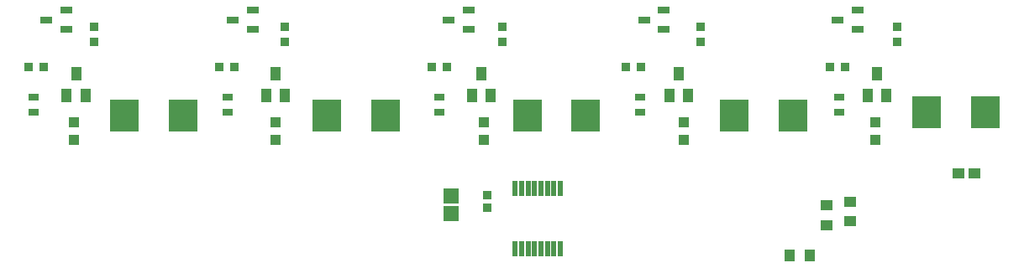
<source format=gtp>
G04*
G04 #@! TF.GenerationSoftware,Altium Limited,Altium Designer,21.4.1 (30)*
G04*
G04 Layer_Color=8421504*
%FSLAX25Y25*%
%MOIN*%
G70*
G04*
G04 #@! TF.SameCoordinates,1266B52B-6285-4ABA-978B-C55B880163AB*
G04*
G04*
G04 #@! TF.FilePolarity,Positive*
G04*
G01*
G75*
%ADD14R,0.11221X0.12598*%
%ADD15R,0.03591X0.03381*%
%ADD16R,0.03985X0.04168*%
%ADD17R,0.04724X0.03150*%
%ADD18R,0.03381X0.03591*%
%ADD19R,0.03937X0.05512*%
%ADD20R,0.03937X0.03150*%
%ADD21R,0.06127X0.06213*%
G04:AMPARAMS|DCode=22|XSize=17.72mil|YSize=62.99mil|CornerRadius=1.95mil|HoleSize=0mil|Usage=FLASHONLY|Rotation=180.000|XOffset=0mil|YOffset=0mil|HoleType=Round|Shape=RoundedRectangle|*
%AMROUNDEDRECTD22*
21,1,0.01772,0.05909,0,0,180.0*
21,1,0.01382,0.06299,0,0,180.0*
1,1,0.00390,-0.00691,0.02955*
1,1,0.00390,0.00691,0.02955*
1,1,0.00390,0.00691,-0.02955*
1,1,0.00390,-0.00691,-0.02955*
%
%ADD22ROUNDEDRECTD22*%
%ADD23R,0.03543X0.03347*%
%ADD24R,0.04000X0.05000*%
%ADD25R,0.04562X0.03985*%
%ADD26R,0.05000X0.04000*%
D14*
X524500Y292500D02*
D03*
X683114Y294000D02*
D03*
X364728Y292500D02*
D03*
X445114D02*
D03*
X606614D02*
D03*
X501272D02*
D03*
X659886Y294000D02*
D03*
X341500Y292500D02*
D03*
X421886D02*
D03*
X583386D02*
D03*
D15*
X491500Y321942D02*
D03*
X648000D02*
D03*
X329500D02*
D03*
X405000D02*
D03*
X570000D02*
D03*
X405000Y328058D02*
D03*
X648000D02*
D03*
X491500D02*
D03*
X329500D02*
D03*
X570000D02*
D03*
D16*
X639500Y283048D02*
D03*
X321500D02*
D03*
X401500D02*
D03*
X563500D02*
D03*
X401500Y289952D02*
D03*
X484000D02*
D03*
Y283048D02*
D03*
X639500Y289952D02*
D03*
X321500D02*
D03*
X563500D02*
D03*
D17*
X392374Y327000D02*
D03*
Y334480D02*
D03*
X384500Y330740D02*
D03*
X624500D02*
D03*
X632374Y334480D02*
D03*
Y327000D02*
D03*
X470063Y330740D02*
D03*
X477937Y334480D02*
D03*
Y327000D02*
D03*
X310563Y330740D02*
D03*
X318437Y334480D02*
D03*
Y327000D02*
D03*
X547626Y330740D02*
D03*
X555500Y334480D02*
D03*
Y327000D02*
D03*
D18*
X385058Y312000D02*
D03*
X378942D02*
D03*
X621442D02*
D03*
X627558D02*
D03*
X463442D02*
D03*
X469558D02*
D03*
X303442D02*
D03*
X309558D02*
D03*
X540442D02*
D03*
X546558D02*
D03*
D19*
X397760Y300669D02*
D03*
X405240D02*
D03*
X401500Y309331D02*
D03*
X640000D02*
D03*
X643740Y300669D02*
D03*
X636260D02*
D03*
X483000Y309331D02*
D03*
X486740Y300669D02*
D03*
X479260D02*
D03*
X322260Y309331D02*
D03*
X326000Y300669D02*
D03*
X318520D02*
D03*
X561500Y309331D02*
D03*
X565240Y300669D02*
D03*
X557760D02*
D03*
D20*
X382500Y294047D02*
D03*
Y299953D02*
D03*
X625000D02*
D03*
Y294047D02*
D03*
X466500Y299953D02*
D03*
Y294047D02*
D03*
X305500Y299953D02*
D03*
Y294047D02*
D03*
X546000Y299953D02*
D03*
Y294047D02*
D03*
D21*
X471000Y260500D02*
D03*
Y253696D02*
D03*
D22*
X496543Y239492D02*
D03*
X499102D02*
D03*
X501661D02*
D03*
X504220D02*
D03*
X506779D02*
D03*
X509339D02*
D03*
X511898D02*
D03*
X514457D02*
D03*
X496543Y263508D02*
D03*
X499102D02*
D03*
X501661D02*
D03*
X504220D02*
D03*
X506779D02*
D03*
X509339D02*
D03*
X511898D02*
D03*
X514457D02*
D03*
D23*
X485500Y261059D02*
D03*
Y255941D02*
D03*
D24*
X605500Y237000D02*
D03*
X613400D02*
D03*
D25*
X672245Y269500D02*
D03*
X678755D02*
D03*
D26*
X620000Y249000D02*
D03*
Y256900D02*
D03*
X629500Y250500D02*
D03*
Y258400D02*
D03*
M02*

</source>
